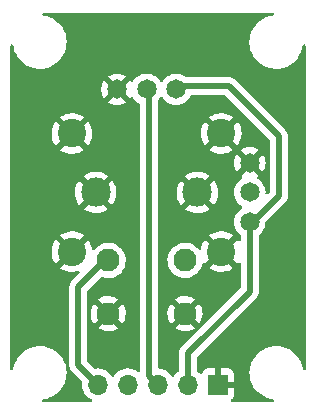
<source format=gbr>
%TF.GenerationSoftware,KiCad,Pcbnew,(6.0.1)*%
%TF.CreationDate,2022-03-21T11:35:37+08:00*%
%TF.ProjectId,Joystick_Board,4a6f7973-7469-4636-9b5f-426f6172642e,rev?*%
%TF.SameCoordinates,Original*%
%TF.FileFunction,Copper,L1,Top*%
%TF.FilePolarity,Positive*%
%FSLAX46Y46*%
G04 Gerber Fmt 4.6, Leading zero omitted, Abs format (unit mm)*
G04 Created by KiCad (PCBNEW (6.0.1)) date 2022-03-21 11:35:37*
%MOMM*%
%LPD*%
G01*
G04 APERTURE LIST*
%TA.AperFunction,ComponentPad*%
%ADD10C,1.950000*%
%TD*%
%TA.AperFunction,ComponentPad*%
%ADD11C,1.650000*%
%TD*%
%TA.AperFunction,ComponentPad*%
%ADD12C,2.400000*%
%TD*%
%TA.AperFunction,ComponentPad*%
%ADD13C,2.475000*%
%TD*%
%TA.AperFunction,ComponentPad*%
%ADD14R,1.700000X1.700000*%
%TD*%
%TA.AperFunction,ComponentPad*%
%ADD15O,1.700000X1.700000*%
%TD*%
%TA.AperFunction,Conductor*%
%ADD16C,0.500000*%
%TD*%
G04 APERTURE END LIST*
D10*
%TO.P,S1,A1,A1*%
%TO.N,Net-(J1-Pad5)*%
X142782000Y-94990000D03*
D11*
%TO.P,S1,A11,A11*%
%TO.N,+3V3*%
X154762000Y-91740000D03*
%TO.P,S1,A12,A12*%
%TO.N,Net-(J1-Pad4)*%
X154762000Y-89240000D03*
%TO.P,S1,A13,A13*%
%TO.N,GND*%
X154762000Y-86740000D03*
D10*
%TO.P,S1,B1,B1*%
X142782000Y-99490000D03*
D11*
%TO.P,S1,B11,B11*%
%TO.N,+3V3*%
X148532000Y-80510000D03*
%TO.P,S1,B12,B12*%
%TO.N,Net-(J1-Pad3)*%
X146032000Y-80510000D03*
%TO.P,S1,B13,B13*%
%TO.N,GND*%
X143532000Y-80510000D03*
D10*
%TO.P,S1,C1,C1*%
%TO.N,Net-(J1-Pad5)*%
X149282000Y-94990000D03*
%TO.P,S1,D1,D1*%
%TO.N,GND*%
X149282000Y-99490000D03*
D12*
%TO.P,S1,MH1,MH1*%
X139707000Y-94240000D03*
%TO.P,S1,MH2,MH2*%
X139707000Y-84240000D03*
%TO.P,S1,MH3,MH3*%
X152357000Y-94240000D03*
%TO.P,S1,MH4,MH4*%
X152357000Y-84240000D03*
D13*
%TO.P,S1,MH5,MH5*%
X141732000Y-89240000D03*
%TO.P,S1,MH6,MH6*%
X150332000Y-89240000D03*
%TD*%
D14*
%TO.P,J1,1,Pin_1*%
%TO.N,GND*%
X152075000Y-105500000D03*
D15*
%TO.P,J1,2,Pin_2*%
%TO.N,+3V3*%
X149535000Y-105500000D03*
%TO.P,J1,3,Pin_3*%
%TO.N,Net-(J1-Pad3)*%
X146995000Y-105500000D03*
%TO.P,J1,4,Pin_4*%
%TO.N,Net-(J1-Pad4)*%
X144455000Y-105500000D03*
%TO.P,J1,5,Pin_5*%
%TO.N,Net-(J1-Pad5)*%
X141915000Y-105500000D03*
%TD*%
D16*
%TO.N,+3V3*%
X155285000Y-91465000D02*
X154762000Y-91465000D01*
X154762000Y-97638000D02*
X149535000Y-102865000D01*
X152985000Y-80235000D02*
X157250000Y-84500000D01*
X149535000Y-102865000D02*
X149535000Y-105500000D01*
X157250000Y-89500000D02*
X155285000Y-91465000D01*
X157250000Y-84500000D02*
X157250000Y-89500000D01*
X148532000Y-80235000D02*
X152985000Y-80235000D01*
X154762000Y-91465000D02*
X154762000Y-97638000D01*
%TO.N,Net-(J1-Pad3)*%
X146250000Y-80453000D02*
X146250000Y-104755000D01*
X146250000Y-104755000D02*
X146995000Y-105500000D01*
%TO.N,Net-(J1-Pad5)*%
X140250000Y-103835000D02*
X141915000Y-105500000D01*
X140250000Y-97247000D02*
X140250000Y-103835000D01*
X142782000Y-94715000D02*
X140250000Y-97247000D01*
%TD*%
%TA.AperFunction,Conductor*%
%TO.N,GND*%
G36*
X156737969Y-74028002D02*
G01*
X156784462Y-74081658D01*
X156794566Y-74151932D01*
X156765072Y-74216512D01*
X156705346Y-74254896D01*
X156694753Y-74257514D01*
X156406520Y-74315632D01*
X156122837Y-74413312D01*
X156119104Y-74415181D01*
X156119100Y-74415183D01*
X155858309Y-74545778D01*
X155854565Y-74547653D01*
X155606416Y-74716294D01*
X155382752Y-74916274D01*
X155380035Y-74919444D01*
X155380034Y-74919445D01*
X155254155Y-75066311D01*
X155187501Y-75144077D01*
X155185227Y-75147579D01*
X155185223Y-75147584D01*
X155074792Y-75317633D01*
X155024093Y-75395703D01*
X154895400Y-75666730D01*
X154803682Y-75952396D01*
X154802941Y-75956515D01*
X154762024Y-76183927D01*
X154750552Y-76247684D01*
X154750363Y-76251851D01*
X154750362Y-76251858D01*
X154741435Y-76448444D01*
X154736941Y-76547404D01*
X154763091Y-76846292D01*
X154764001Y-76850364D01*
X154764002Y-76850369D01*
X154827628Y-77135016D01*
X154828540Y-77139095D01*
X154932140Y-77420671D01*
X154934084Y-77424359D01*
X154934088Y-77424367D01*
X155030805Y-77607807D01*
X155072069Y-77686071D01*
X155245871Y-77930633D01*
X155450490Y-78150061D01*
X155682333Y-78340498D01*
X155937325Y-78498600D01*
X156210988Y-78621589D01*
X156385368Y-78673574D01*
X156494514Y-78706112D01*
X156494516Y-78706112D01*
X156498513Y-78707304D01*
X156502633Y-78707957D01*
X156502635Y-78707957D01*
X156621509Y-78726785D01*
X156794848Y-78754239D01*
X156837577Y-78756179D01*
X156887262Y-78758436D01*
X156887281Y-78758436D01*
X156888681Y-78758500D01*
X157076107Y-78758500D01*
X157299370Y-78743671D01*
X157303464Y-78742846D01*
X157303468Y-78742845D01*
X157444513Y-78714405D01*
X157593480Y-78684368D01*
X157877163Y-78586688D01*
X157880896Y-78584819D01*
X157880900Y-78584817D01*
X158141691Y-78454222D01*
X158141693Y-78454221D01*
X158145435Y-78452347D01*
X158393584Y-78283706D01*
X158617248Y-78083726D01*
X158619966Y-78080555D01*
X158809779Y-77859097D01*
X158809782Y-77859093D01*
X158812499Y-77855923D01*
X158814773Y-77852421D01*
X158814777Y-77852416D01*
X158973628Y-77607807D01*
X158973631Y-77607802D01*
X158975907Y-77604297D01*
X159104600Y-77333270D01*
X159196318Y-77047604D01*
X159241991Y-76793761D01*
X159273740Y-76730258D01*
X159334781Y-76694002D01*
X159405734Y-76696502D01*
X159464071Y-76736965D01*
X159491272Y-76802544D01*
X159492000Y-76816073D01*
X159492000Y-104183530D01*
X159471998Y-104251651D01*
X159418342Y-104298144D01*
X159348068Y-104308248D01*
X159283488Y-104278754D01*
X159245104Y-104219028D01*
X159240479Y-104194512D01*
X159237273Y-104157870D01*
X159236909Y-104153708D01*
X159235307Y-104146538D01*
X159172372Y-103864984D01*
X159172371Y-103864981D01*
X159171460Y-103860905D01*
X159067860Y-103579329D01*
X159065916Y-103575641D01*
X159065912Y-103575633D01*
X158929884Y-103317633D01*
X158929883Y-103317632D01*
X158927931Y-103313929D01*
X158754129Y-103069367D01*
X158549510Y-102849939D01*
X158317667Y-102659502D01*
X158062675Y-102501400D01*
X157789012Y-102378411D01*
X157547765Y-102306492D01*
X157505486Y-102293888D01*
X157505484Y-102293888D01*
X157501487Y-102292696D01*
X157497367Y-102292043D01*
X157497365Y-102292043D01*
X157378491Y-102273215D01*
X157205152Y-102245761D01*
X157162423Y-102243821D01*
X157112738Y-102241564D01*
X157112719Y-102241564D01*
X157111319Y-102241500D01*
X156923893Y-102241500D01*
X156700630Y-102256329D01*
X156696536Y-102257154D01*
X156696532Y-102257155D01*
X156577135Y-102281230D01*
X156406520Y-102315632D01*
X156122837Y-102413312D01*
X156119104Y-102415181D01*
X156119100Y-102415183D01*
X155858309Y-102545778D01*
X155854565Y-102547653D01*
X155851100Y-102550008D01*
X155633996Y-102697551D01*
X155606416Y-102716294D01*
X155382752Y-102916274D01*
X155380035Y-102919444D01*
X155380034Y-102919445D01*
X155254155Y-103066311D01*
X155187501Y-103144077D01*
X155185227Y-103147579D01*
X155185223Y-103147584D01*
X155074792Y-103317633D01*
X155024093Y-103395703D01*
X154895400Y-103666730D01*
X154894121Y-103670713D01*
X154894120Y-103670716D01*
X154834317Y-103856980D01*
X154803682Y-103952396D01*
X154802941Y-103956515D01*
X154751331Y-104243357D01*
X154750552Y-104247684D01*
X154750363Y-104251851D01*
X154750362Y-104251858D01*
X154737130Y-104543234D01*
X154736941Y-104547404D01*
X154737304Y-104551552D01*
X154737304Y-104551556D01*
X154747182Y-104664457D01*
X154763091Y-104846292D01*
X154764001Y-104850364D01*
X154764002Y-104850369D01*
X154811017Y-105060702D01*
X154828540Y-105139095D01*
X154932140Y-105420671D01*
X154934084Y-105424359D01*
X154934088Y-105424367D01*
X155030805Y-105607807D01*
X155072069Y-105686071D01*
X155245871Y-105930633D01*
X155450490Y-106150061D01*
X155682333Y-106340498D01*
X155937325Y-106498600D01*
X156210988Y-106621589D01*
X156366308Y-106667892D01*
X156494514Y-106706112D01*
X156494516Y-106706112D01*
X156498513Y-106707304D01*
X156502633Y-106707957D01*
X156502635Y-106707957D01*
X156714739Y-106741551D01*
X156778892Y-106771964D01*
X156816419Y-106832232D01*
X156815405Y-106903221D01*
X156776172Y-106962393D01*
X156711177Y-106990961D01*
X156695028Y-106992000D01*
X153293725Y-106992000D01*
X153225604Y-106971998D01*
X153179111Y-106918342D01*
X153169007Y-106848068D01*
X153198501Y-106783488D01*
X153218160Y-106765174D01*
X153280724Y-106718285D01*
X153293285Y-106705724D01*
X153369786Y-106603649D01*
X153378324Y-106588054D01*
X153423478Y-106467606D01*
X153427106Y-106452347D01*
X153432631Y-106401486D01*
X153433000Y-106394672D01*
X153433000Y-105772115D01*
X153428525Y-105756876D01*
X153427135Y-105755671D01*
X153419452Y-105754000D01*
X151947000Y-105754000D01*
X151878879Y-105733998D01*
X151832386Y-105680342D01*
X151821000Y-105628000D01*
X151821000Y-105227885D01*
X152329000Y-105227885D01*
X152333475Y-105243124D01*
X152334865Y-105244329D01*
X152342548Y-105246000D01*
X153414884Y-105246000D01*
X153430123Y-105241525D01*
X153431328Y-105240135D01*
X153432999Y-105232452D01*
X153432999Y-104605331D01*
X153432629Y-104598510D01*
X153427105Y-104547648D01*
X153423479Y-104532396D01*
X153378324Y-104411946D01*
X153369786Y-104396351D01*
X153293285Y-104294276D01*
X153280724Y-104281715D01*
X153178649Y-104205214D01*
X153163054Y-104196676D01*
X153042606Y-104151522D01*
X153027351Y-104147895D01*
X152976486Y-104142369D01*
X152969672Y-104142000D01*
X152347115Y-104142000D01*
X152331876Y-104146475D01*
X152330671Y-104147865D01*
X152329000Y-104155548D01*
X152329000Y-105227885D01*
X151821000Y-105227885D01*
X151821000Y-104160116D01*
X151816525Y-104144877D01*
X151815135Y-104143672D01*
X151807452Y-104142001D01*
X151180331Y-104142001D01*
X151173510Y-104142371D01*
X151122648Y-104147895D01*
X151107396Y-104151521D01*
X150986946Y-104196676D01*
X150971351Y-104205214D01*
X150869276Y-104281715D01*
X150856715Y-104294276D01*
X150780214Y-104396351D01*
X150771676Y-104411946D01*
X150730297Y-104522322D01*
X150687655Y-104579087D01*
X150621093Y-104603786D01*
X150551744Y-104588578D01*
X150519121Y-104562891D01*
X150468148Y-104506873D01*
X150468145Y-104506870D01*
X150464670Y-104503051D01*
X150460615Y-104499848D01*
X150341407Y-104405703D01*
X150300345Y-104347785D01*
X150293500Y-104306821D01*
X150293500Y-103231371D01*
X150313502Y-103163250D01*
X150330405Y-103142276D01*
X155250911Y-98221770D01*
X155265323Y-98209384D01*
X155276918Y-98200851D01*
X155276923Y-98200846D01*
X155282818Y-98196508D01*
X155287557Y-98190930D01*
X155287560Y-98190927D01*
X155317035Y-98156232D01*
X155323965Y-98148716D01*
X155329660Y-98143021D01*
X155347281Y-98120749D01*
X155350072Y-98117345D01*
X155392591Y-98067297D01*
X155392592Y-98067295D01*
X155397333Y-98061715D01*
X155400661Y-98055199D01*
X155404028Y-98050150D01*
X155407195Y-98045021D01*
X155411734Y-98039284D01*
X155442655Y-97973125D01*
X155444561Y-97969225D01*
X155477769Y-97904192D01*
X155479508Y-97897084D01*
X155481607Y-97891441D01*
X155483524Y-97885678D01*
X155486622Y-97879050D01*
X155501487Y-97807583D01*
X155502457Y-97803299D01*
X155518473Y-97737845D01*
X155519808Y-97732390D01*
X155520500Y-97721236D01*
X155520536Y-97721238D01*
X155520775Y-97717245D01*
X155521149Y-97713053D01*
X155522640Y-97705885D01*
X155520546Y-97628479D01*
X155520500Y-97625072D01*
X155520500Y-92902386D01*
X155540502Y-92834265D01*
X155574227Y-92799175D01*
X155622432Y-92765422D01*
X155787422Y-92600432D01*
X155806081Y-92573785D01*
X155918099Y-92413806D01*
X155918100Y-92413804D01*
X155921256Y-92409297D01*
X155923579Y-92404315D01*
X155923582Y-92404310D01*
X156017544Y-92202808D01*
X156017545Y-92202806D01*
X156019867Y-92197826D01*
X156080258Y-91972444D01*
X156098315Y-91766053D01*
X156124179Y-91699935D01*
X156134741Y-91687940D01*
X157738911Y-90083770D01*
X157753323Y-90071384D01*
X157764918Y-90062851D01*
X157764923Y-90062846D01*
X157770818Y-90058508D01*
X157775557Y-90052930D01*
X157775560Y-90052927D01*
X157805035Y-90018232D01*
X157811965Y-90010716D01*
X157817661Y-90005020D01*
X157819924Y-90002159D01*
X157819929Y-90002154D01*
X157835285Y-89982744D01*
X157838074Y-89979342D01*
X157880596Y-89929291D01*
X157880597Y-89929290D01*
X157885333Y-89923715D01*
X157888661Y-89917198D01*
X157892027Y-89912150D01*
X157895190Y-89907028D01*
X157899735Y-89901284D01*
X157930664Y-89835105D01*
X157932563Y-89831221D01*
X157965769Y-89766192D01*
X157967510Y-89759077D01*
X157969613Y-89753422D01*
X157971522Y-89747683D01*
X157974622Y-89741050D01*
X157989491Y-89669565D01*
X157990461Y-89665282D01*
X157995993Y-89642674D01*
X158007808Y-89594390D01*
X158008500Y-89583236D01*
X158008535Y-89583238D01*
X158008775Y-89579266D01*
X158009152Y-89575045D01*
X158010641Y-89567885D01*
X158008546Y-89490458D01*
X158008500Y-89487050D01*
X158008500Y-84567070D01*
X158009933Y-84548120D01*
X158012099Y-84533885D01*
X158012099Y-84533881D01*
X158013199Y-84526651D01*
X158008915Y-84473982D01*
X158008500Y-84463767D01*
X158008500Y-84455707D01*
X158005209Y-84427480D01*
X158004778Y-84423121D01*
X157999453Y-84357660D01*
X157998860Y-84350364D01*
X157996605Y-84343403D01*
X157995418Y-84337463D01*
X157994029Y-84331588D01*
X157993182Y-84324319D01*
X157968264Y-84255670D01*
X157966847Y-84251542D01*
X157946607Y-84189064D01*
X157946606Y-84189062D01*
X157944351Y-84182101D01*
X157940555Y-84175846D01*
X157938049Y-84170372D01*
X157935330Y-84164942D01*
X157932833Y-84158063D01*
X157892814Y-84097024D01*
X157890467Y-84093305D01*
X157852595Y-84030893D01*
X157845197Y-84022516D01*
X157845224Y-84022492D01*
X157842571Y-84019500D01*
X157839868Y-84016267D01*
X157835856Y-84010148D01*
X157779617Y-83956872D01*
X157777175Y-83954494D01*
X153568770Y-79746089D01*
X153556384Y-79731677D01*
X153547851Y-79720082D01*
X153547846Y-79720077D01*
X153543508Y-79714182D01*
X153537930Y-79709443D01*
X153537927Y-79709440D01*
X153503232Y-79679965D01*
X153495716Y-79673035D01*
X153490021Y-79667340D01*
X153483880Y-79662482D01*
X153467749Y-79649719D01*
X153464345Y-79646928D01*
X153414297Y-79604409D01*
X153414295Y-79604408D01*
X153408715Y-79599667D01*
X153402199Y-79596339D01*
X153397150Y-79592972D01*
X153392021Y-79589805D01*
X153386284Y-79585266D01*
X153320125Y-79554345D01*
X153316225Y-79552439D01*
X153251192Y-79519231D01*
X153244084Y-79517492D01*
X153238441Y-79515393D01*
X153232678Y-79513476D01*
X153226050Y-79510378D01*
X153154583Y-79495513D01*
X153150299Y-79494543D01*
X153079390Y-79477192D01*
X153073788Y-79476844D01*
X153073785Y-79476844D01*
X153068236Y-79476500D01*
X153068238Y-79476464D01*
X153064245Y-79476225D01*
X153060053Y-79475851D01*
X153052885Y-79474360D01*
X152986675Y-79476151D01*
X152975479Y-79476454D01*
X152972072Y-79476500D01*
X149420623Y-79476500D01*
X149348352Y-79453713D01*
X149205806Y-79353901D01*
X149205804Y-79353900D01*
X149201297Y-79350744D01*
X149196315Y-79348421D01*
X149196310Y-79348418D01*
X148994808Y-79254456D01*
X148994806Y-79254455D01*
X148989826Y-79252133D01*
X148984518Y-79250711D01*
X148984516Y-79250710D01*
X148769759Y-79193166D01*
X148769757Y-79193166D01*
X148764444Y-79191742D01*
X148532000Y-79171406D01*
X148299556Y-79191742D01*
X148294243Y-79193166D01*
X148294241Y-79193166D01*
X148079484Y-79250710D01*
X148079482Y-79250711D01*
X148074174Y-79252133D01*
X148069194Y-79254455D01*
X148069192Y-79254456D01*
X147867690Y-79348418D01*
X147867685Y-79348421D01*
X147862703Y-79350744D01*
X147858196Y-79353900D01*
X147858194Y-79353901D01*
X147676079Y-79481419D01*
X147676076Y-79481421D01*
X147671568Y-79484578D01*
X147506578Y-79649568D01*
X147503421Y-79654076D01*
X147503419Y-79654079D01*
X147385213Y-79822895D01*
X147329756Y-79867223D01*
X147259137Y-79874532D01*
X147195776Y-79842501D01*
X147178787Y-79822895D01*
X147060581Y-79654079D01*
X147060579Y-79654076D01*
X147057422Y-79649568D01*
X146892432Y-79484578D01*
X146887924Y-79481421D01*
X146887921Y-79481419D01*
X146705806Y-79353901D01*
X146705804Y-79353900D01*
X146701297Y-79350744D01*
X146696315Y-79348421D01*
X146696310Y-79348418D01*
X146494808Y-79254456D01*
X146494806Y-79254455D01*
X146489826Y-79252133D01*
X146484518Y-79250711D01*
X146484516Y-79250710D01*
X146269759Y-79193166D01*
X146269757Y-79193166D01*
X146264444Y-79191742D01*
X146032000Y-79171406D01*
X145799556Y-79191742D01*
X145794243Y-79193166D01*
X145794241Y-79193166D01*
X145579484Y-79250710D01*
X145579482Y-79250711D01*
X145574174Y-79252133D01*
X145569194Y-79254455D01*
X145569192Y-79254456D01*
X145367690Y-79348418D01*
X145367685Y-79348421D01*
X145362703Y-79350744D01*
X145358196Y-79353900D01*
X145358194Y-79353901D01*
X145176079Y-79481419D01*
X145176076Y-79481421D01*
X145171568Y-79484578D01*
X145006578Y-79649568D01*
X145003421Y-79654076D01*
X145003419Y-79654079D01*
X144884908Y-79823331D01*
X144829451Y-79867659D01*
X144758832Y-79874968D01*
X144695471Y-79842937D01*
X144678482Y-79823331D01*
X144647441Y-79779000D01*
X144636964Y-79770625D01*
X144623517Y-79777693D01*
X143904022Y-80497188D01*
X143896408Y-80511132D01*
X143896539Y-80512965D01*
X143900790Y-80519580D01*
X144624238Y-81243028D01*
X144636013Y-81249458D01*
X144648028Y-81240162D01*
X144678482Y-81196669D01*
X144733939Y-81152341D01*
X144804558Y-81145032D01*
X144867919Y-81177063D01*
X144884908Y-81196669D01*
X145006578Y-81370432D01*
X145171568Y-81535422D01*
X145176076Y-81538579D01*
X145176079Y-81538581D01*
X145358194Y-81666099D01*
X145362703Y-81669256D01*
X145367685Y-81671579D01*
X145367690Y-81671582D01*
X145418750Y-81695391D01*
X145472035Y-81742308D01*
X145491500Y-81809586D01*
X145491500Y-104327356D01*
X145471498Y-104395477D01*
X145417842Y-104441970D01*
X145347568Y-104452074D01*
X145287407Y-104426237D01*
X145213415Y-104367801D01*
X145213413Y-104367800D01*
X145209359Y-104364598D01*
X145013789Y-104256638D01*
X145008920Y-104254914D01*
X145008916Y-104254912D01*
X144808087Y-104183795D01*
X144808083Y-104183794D01*
X144803212Y-104182069D01*
X144798119Y-104181162D01*
X144798116Y-104181161D01*
X144588373Y-104143800D01*
X144588367Y-104143799D01*
X144583284Y-104142894D01*
X144509452Y-104141992D01*
X144365081Y-104140228D01*
X144365079Y-104140228D01*
X144359911Y-104140165D01*
X144139091Y-104173955D01*
X143926756Y-104243357D01*
X143896443Y-104259137D01*
X143810057Y-104304107D01*
X143728607Y-104346507D01*
X143724474Y-104349610D01*
X143724471Y-104349612D01*
X143554100Y-104477530D01*
X143549965Y-104480635D01*
X143395629Y-104642138D01*
X143288201Y-104799621D01*
X143233293Y-104844621D01*
X143162768Y-104852792D01*
X143099021Y-104821538D01*
X143078324Y-104797054D01*
X142997822Y-104672617D01*
X142997820Y-104672614D01*
X142995014Y-104668277D01*
X142844670Y-104503051D01*
X142840619Y-104499852D01*
X142840615Y-104499848D01*
X142673414Y-104367800D01*
X142673410Y-104367798D01*
X142669359Y-104364598D01*
X142473789Y-104256638D01*
X142468920Y-104254914D01*
X142468916Y-104254912D01*
X142268087Y-104183795D01*
X142268083Y-104183794D01*
X142263212Y-104182069D01*
X142258119Y-104181162D01*
X142258116Y-104181161D01*
X142048373Y-104143800D01*
X142048367Y-104143799D01*
X142043284Y-104142894D01*
X141970109Y-104142000D01*
X141825082Y-104140228D01*
X141825080Y-104140228D01*
X141819911Y-104140165D01*
X141789117Y-104144877D01*
X141716385Y-104156006D01*
X141646023Y-104146538D01*
X141608232Y-104120551D01*
X141045405Y-103557724D01*
X141011379Y-103495412D01*
X141008500Y-103468629D01*
X141008500Y-100706624D01*
X141930621Y-100706624D01*
X141934988Y-100712774D01*
X142134563Y-100829397D01*
X142143846Y-100833844D01*
X142362007Y-100917152D01*
X142371905Y-100920028D01*
X142600744Y-100966585D01*
X142610972Y-100967804D01*
X142844340Y-100976362D01*
X142854626Y-100975895D01*
X143086262Y-100946222D01*
X143096340Y-100944080D01*
X143320014Y-100876974D01*
X143329612Y-100873212D01*
X143539324Y-100770476D01*
X143548169Y-100765203D01*
X143620869Y-100713347D01*
X143629270Y-100702646D01*
X143622283Y-100689493D01*
X142794812Y-99862022D01*
X142780868Y-99854408D01*
X142779035Y-99854539D01*
X142772420Y-99858790D01*
X141937881Y-100693329D01*
X141930621Y-100706624D01*
X141008500Y-100706624D01*
X141008500Y-99458799D01*
X141294658Y-99458799D01*
X141308102Y-99691942D01*
X141309535Y-99702144D01*
X141360873Y-99929949D01*
X141363956Y-99939789D01*
X141451814Y-100156156D01*
X141456457Y-100165347D01*
X141557555Y-100330325D01*
X141568011Y-100339785D01*
X141576789Y-100336001D01*
X142409978Y-99502812D01*
X142416356Y-99491132D01*
X143146408Y-99491132D01*
X143146539Y-99492965D01*
X143150790Y-99499580D01*
X143982045Y-100330835D01*
X143994055Y-100337394D01*
X144005794Y-100328426D01*
X144054518Y-100260619D01*
X144059829Y-100251780D01*
X144163291Y-100042442D01*
X144167089Y-100032849D01*
X144234974Y-99809413D01*
X144237151Y-99799343D01*
X144267869Y-99566015D01*
X144268388Y-99559340D01*
X144270001Y-99493364D01*
X144269807Y-99486647D01*
X144250525Y-99252108D01*
X144248842Y-99241946D01*
X144191952Y-99015453D01*
X144188634Y-99005706D01*
X144095513Y-98791542D01*
X144090646Y-98782467D01*
X144005465Y-98650796D01*
X143994779Y-98641593D01*
X143985214Y-98645996D01*
X143154022Y-99477188D01*
X143146408Y-99491132D01*
X142416356Y-99491132D01*
X142417592Y-99488868D01*
X142417461Y-99487035D01*
X142413210Y-99480420D01*
X141581892Y-98649102D01*
X141570356Y-98642802D01*
X141558073Y-98652426D01*
X141491036Y-98750698D01*
X141485943Y-98759662D01*
X141387619Y-98971483D01*
X141384062Y-98981151D01*
X141321657Y-99206178D01*
X141319726Y-99216298D01*
X141294910Y-99448510D01*
X141294658Y-99458799D01*
X141008500Y-99458799D01*
X141008500Y-98277142D01*
X141933938Y-98277142D01*
X141940684Y-98289474D01*
X142769188Y-99117978D01*
X142783132Y-99125592D01*
X142784965Y-99125461D01*
X142791580Y-99121210D01*
X143624391Y-98288399D01*
X143631412Y-98275543D01*
X143623639Y-98264875D01*
X143609548Y-98253746D01*
X143600970Y-98248047D01*
X143396526Y-98135189D01*
X143387126Y-98130964D01*
X143166993Y-98053011D01*
X143157036Y-98050381D01*
X142927129Y-98009427D01*
X142916878Y-98008458D01*
X142683367Y-98005605D01*
X142673083Y-98006325D01*
X142442253Y-98041647D01*
X142432225Y-98044036D01*
X142210263Y-98116584D01*
X142200753Y-98120581D01*
X141993624Y-98228405D01*
X141984904Y-98233897D01*
X141942391Y-98265817D01*
X141933938Y-98277142D01*
X141008500Y-98277142D01*
X141008500Y-97613371D01*
X141028502Y-97545250D01*
X141045405Y-97524276D01*
X142152280Y-96417401D01*
X142214592Y-96383375D01*
X142286323Y-96388786D01*
X142366698Y-96419478D01*
X142371764Y-96420509D01*
X142371765Y-96420509D01*
X142600667Y-96467080D01*
X142600671Y-96467080D01*
X142605746Y-96468113D01*
X142610922Y-96468303D01*
X142610924Y-96468303D01*
X142844363Y-96476863D01*
X142844367Y-96476863D01*
X142849527Y-96477052D01*
X142854647Y-96476396D01*
X142854649Y-96476396D01*
X142931377Y-96466567D01*
X143091494Y-96446055D01*
X143096443Y-96444570D01*
X143096449Y-96444569D01*
X143320200Y-96377440D01*
X143320199Y-96377440D01*
X143325150Y-96375955D01*
X143544219Y-96268634D01*
X143548424Y-96265634D01*
X143548430Y-96265631D01*
X143738614Y-96129974D01*
X143738616Y-96129972D01*
X143742818Y-96126975D01*
X143915614Y-95954781D01*
X144057966Y-95756677D01*
X144166050Y-95537984D01*
X144198827Y-95430105D01*
X144235462Y-95309527D01*
X144235463Y-95309521D01*
X144236966Y-95304575D01*
X144268807Y-95062717D01*
X144270584Y-94990000D01*
X144250596Y-94746876D01*
X144191167Y-94510280D01*
X144093894Y-94286568D01*
X143975107Y-94102951D01*
X143964200Y-94086091D01*
X143964198Y-94086088D01*
X143961390Y-94081748D01*
X143946568Y-94065458D01*
X143800690Y-93905141D01*
X143800684Y-93905135D01*
X143797212Y-93901319D01*
X143793161Y-93898120D01*
X143793157Y-93898116D01*
X143609825Y-93753329D01*
X143609821Y-93753327D01*
X143605770Y-93750127D01*
X143594284Y-93743786D01*
X143549759Y-93719207D01*
X143392205Y-93632233D01*
X143387336Y-93630509D01*
X143387332Y-93630507D01*
X143167127Y-93552528D01*
X143167123Y-93552527D01*
X143162252Y-93550802D01*
X143157159Y-93549895D01*
X143157156Y-93549894D01*
X142927177Y-93508928D01*
X142927171Y-93508927D01*
X142922088Y-93508022D01*
X142842380Y-93507048D01*
X142683332Y-93505105D01*
X142683330Y-93505105D01*
X142678162Y-93505042D01*
X142437024Y-93541941D01*
X142205150Y-93617729D01*
X141988769Y-93730370D01*
X141984636Y-93733473D01*
X141984633Y-93733475D01*
X141805493Y-93867978D01*
X141793690Y-93876840D01*
X141625153Y-94053204D01*
X141623670Y-94055377D01*
X141565866Y-94095311D01*
X141494909Y-94097679D01*
X141433936Y-94061308D01*
X141401741Y-93994298D01*
X141399943Y-93982274D01*
X141345979Y-93743786D01*
X141343255Y-93734875D01*
X141254633Y-93506983D01*
X141250619Y-93498567D01*
X141129284Y-93286276D01*
X141124074Y-93278553D01*
X141092787Y-93238865D01*
X141080863Y-93230395D01*
X141069328Y-93236882D01*
X138705044Y-95601166D01*
X138698386Y-95613359D01*
X138707099Y-95624879D01*
X138795586Y-95689760D01*
X138803505Y-95694708D01*
X139019877Y-95808547D01*
X139028451Y-95812275D01*
X139259282Y-95892885D01*
X139268291Y-95895299D01*
X139508518Y-95940908D01*
X139517775Y-95941962D01*
X139762107Y-95951563D01*
X139771420Y-95951237D01*
X140014478Y-95924618D01*
X140023655Y-95922917D01*
X140221326Y-95870875D01*
X140292295Y-95872875D01*
X140350916Y-95912925D01*
X140378579Y-95978311D01*
X140366500Y-96048272D01*
X140342501Y-96081818D01*
X139761089Y-96663230D01*
X139746677Y-96675616D01*
X139735082Y-96684149D01*
X139735077Y-96684154D01*
X139729182Y-96688492D01*
X139724443Y-96694070D01*
X139724440Y-96694073D01*
X139694965Y-96728768D01*
X139688035Y-96736284D01*
X139682340Y-96741979D01*
X139680060Y-96744861D01*
X139664719Y-96764251D01*
X139661928Y-96767655D01*
X139619409Y-96817703D01*
X139614667Y-96823285D01*
X139611339Y-96829801D01*
X139607972Y-96834850D01*
X139604805Y-96839979D01*
X139600266Y-96845716D01*
X139569345Y-96911875D01*
X139567442Y-96915769D01*
X139534231Y-96980808D01*
X139532492Y-96987916D01*
X139530393Y-96993559D01*
X139528476Y-96999322D01*
X139525378Y-97005950D01*
X139523888Y-97013112D01*
X139523888Y-97013113D01*
X139510514Y-97077412D01*
X139509544Y-97081696D01*
X139492192Y-97152610D01*
X139491500Y-97163764D01*
X139491464Y-97163762D01*
X139491225Y-97167755D01*
X139490851Y-97171947D01*
X139489360Y-97179115D01*
X139489558Y-97186432D01*
X139491454Y-97256521D01*
X139491500Y-97259928D01*
X139491500Y-103767930D01*
X139490067Y-103786880D01*
X139486801Y-103808349D01*
X139487394Y-103815641D01*
X139487394Y-103815644D01*
X139491085Y-103861018D01*
X139491500Y-103871233D01*
X139491500Y-103879293D01*
X139491925Y-103882937D01*
X139494789Y-103907507D01*
X139495222Y-103911882D01*
X139498853Y-103956515D01*
X139501140Y-103984637D01*
X139503396Y-103991601D01*
X139504587Y-103997560D01*
X139505971Y-104003415D01*
X139506818Y-104010681D01*
X139531735Y-104079327D01*
X139533152Y-104083455D01*
X139552702Y-104143801D01*
X139555649Y-104152899D01*
X139559445Y-104159154D01*
X139561951Y-104164628D01*
X139564670Y-104170058D01*
X139567167Y-104176937D01*
X139571180Y-104183057D01*
X139571180Y-104183058D01*
X139607186Y-104237976D01*
X139609523Y-104241680D01*
X139647405Y-104304107D01*
X139651121Y-104308315D01*
X139651122Y-104308316D01*
X139654803Y-104312484D01*
X139654776Y-104312508D01*
X139657429Y-104315500D01*
X139660132Y-104318733D01*
X139664144Y-104324852D01*
X139690281Y-104349612D01*
X139720383Y-104378128D01*
X139722825Y-104380506D01*
X140534449Y-105192130D01*
X140568475Y-105254442D01*
X140570641Y-105294613D01*
X140552251Y-105466695D01*
X140565110Y-105689715D01*
X140566247Y-105694761D01*
X140566248Y-105694767D01*
X140583680Y-105772115D01*
X140614222Y-105907639D01*
X140698266Y-106114616D01*
X140749942Y-106198944D01*
X140812291Y-106300688D01*
X140814987Y-106305088D01*
X140961250Y-106473938D01*
X141133126Y-106616632D01*
X141326000Y-106729338D01*
X141330825Y-106731180D01*
X141330826Y-106731181D01*
X141375630Y-106748290D01*
X141432133Y-106791278D01*
X141456426Y-106857989D01*
X141440796Y-106927244D01*
X141390204Y-106977054D01*
X141330681Y-106992000D01*
X137330152Y-106992000D01*
X137262031Y-106971998D01*
X137215538Y-106918342D01*
X137205434Y-106848068D01*
X137234928Y-106783488D01*
X137294654Y-106745104D01*
X137305247Y-106742486D01*
X137361313Y-106731181D01*
X137593480Y-106684368D01*
X137877163Y-106586688D01*
X137880896Y-106584819D01*
X137880900Y-106584817D01*
X138141691Y-106454222D01*
X138141693Y-106454221D01*
X138145435Y-106452347D01*
X138356380Y-106308990D01*
X138390125Y-106286057D01*
X138390128Y-106286055D01*
X138393584Y-106283706D01*
X138617248Y-106083726D01*
X138687458Y-106001811D01*
X138809779Y-105859097D01*
X138809782Y-105859093D01*
X138812499Y-105855923D01*
X138814773Y-105852421D01*
X138814777Y-105852416D01*
X138973628Y-105607807D01*
X138973631Y-105607802D01*
X138975907Y-105604297D01*
X139104600Y-105333270D01*
X139134057Y-105241525D01*
X139195038Y-105051591D01*
X139195038Y-105051590D01*
X139196318Y-105047604D01*
X139210868Y-104966736D01*
X139248709Y-104756425D01*
X139248710Y-104756420D01*
X139249448Y-104752316D01*
X139250146Y-104736965D01*
X139262870Y-104456766D01*
X139262870Y-104456760D01*
X139263059Y-104452596D01*
X139262130Y-104441970D01*
X139241415Y-104205214D01*
X139236909Y-104153708D01*
X139235307Y-104146538D01*
X139172372Y-103864984D01*
X139172371Y-103864981D01*
X139171460Y-103860905D01*
X139067860Y-103579329D01*
X139065916Y-103575641D01*
X139065912Y-103575633D01*
X138929884Y-103317633D01*
X138929883Y-103317632D01*
X138927931Y-103313929D01*
X138754129Y-103069367D01*
X138549510Y-102849939D01*
X138317667Y-102659502D01*
X138062675Y-102501400D01*
X137789012Y-102378411D01*
X137547765Y-102306492D01*
X137505486Y-102293888D01*
X137505484Y-102293888D01*
X137501487Y-102292696D01*
X137497367Y-102292043D01*
X137497365Y-102292043D01*
X137378491Y-102273215D01*
X137205152Y-102245761D01*
X137162423Y-102243821D01*
X137112738Y-102241564D01*
X137112719Y-102241564D01*
X137111319Y-102241500D01*
X136923893Y-102241500D01*
X136700630Y-102256329D01*
X136696536Y-102257154D01*
X136696532Y-102257155D01*
X136577135Y-102281230D01*
X136406520Y-102315632D01*
X136122837Y-102413312D01*
X136119104Y-102415181D01*
X136119100Y-102415183D01*
X135858309Y-102545778D01*
X135854565Y-102547653D01*
X135851100Y-102550008D01*
X135633996Y-102697551D01*
X135606416Y-102716294D01*
X135382752Y-102916274D01*
X135380035Y-102919444D01*
X135380034Y-102919445D01*
X135254155Y-103066311D01*
X135187501Y-103144077D01*
X135185227Y-103147579D01*
X135185223Y-103147584D01*
X135074792Y-103317633D01*
X135024093Y-103395703D01*
X134895400Y-103666730D01*
X134894121Y-103670713D01*
X134894120Y-103670716D01*
X134834317Y-103856980D01*
X134803682Y-103952396D01*
X134802941Y-103956515D01*
X134758009Y-104206239D01*
X134726260Y-104269742D01*
X134665219Y-104305998D01*
X134594266Y-104303498D01*
X134535929Y-104263035D01*
X134508728Y-104197456D01*
X134508000Y-104183927D01*
X134508000Y-94199835D01*
X137995022Y-94199835D01*
X138006754Y-94444064D01*
X138007891Y-94453324D01*
X138055593Y-94693143D01*
X138058082Y-94702118D01*
X138140708Y-94932250D01*
X138144505Y-94940778D01*
X138260234Y-95156160D01*
X138265245Y-95164027D01*
X138322173Y-95240263D01*
X138333431Y-95248712D01*
X138345850Y-95241940D01*
X139334978Y-94252812D01*
X139342592Y-94238868D01*
X139342461Y-94237035D01*
X139338210Y-94230420D01*
X138343828Y-93236038D01*
X138330520Y-93228771D01*
X138320481Y-93235893D01*
X138315581Y-93241784D01*
X138310168Y-93249373D01*
X138183322Y-93458409D01*
X138179084Y-93466726D01*
X138084529Y-93692214D01*
X138081572Y-93701052D01*
X138021384Y-93938042D01*
X138019763Y-93947232D01*
X137995267Y-94190510D01*
X137995022Y-94199835D01*
X134508000Y-94199835D01*
X134508000Y-92864917D01*
X138696330Y-92864917D01*
X138700903Y-92874693D01*
X139694188Y-93867978D01*
X139708132Y-93875592D01*
X139709965Y-93875461D01*
X139716580Y-93871210D01*
X140709488Y-92878302D01*
X140715872Y-92866612D01*
X140706460Y-92854502D01*
X140580144Y-92766873D01*
X140572116Y-92762145D01*
X140352810Y-92653995D01*
X140344177Y-92650507D01*
X140111288Y-92575958D01*
X140102238Y-92573785D01*
X139860891Y-92534480D01*
X139851602Y-92533668D01*
X139607114Y-92530467D01*
X139597803Y-92531037D01*
X139355522Y-92564010D01*
X139346403Y-92565948D01*
X139111668Y-92634367D01*
X139102915Y-92637639D01*
X138880869Y-92740004D01*
X138872714Y-92744524D01*
X138705468Y-92854175D01*
X138696330Y-92864917D01*
X134508000Y-92864917D01*
X134508000Y-90640189D01*
X140696556Y-90640189D01*
X140705269Y-90651709D01*
X140800665Y-90721656D01*
X140808564Y-90726592D01*
X141029897Y-90843041D01*
X141038446Y-90846758D01*
X141274549Y-90929209D01*
X141283558Y-90931623D01*
X141529261Y-90978271D01*
X141538518Y-90979325D01*
X141788420Y-90989145D01*
X141797733Y-90988819D01*
X142046343Y-90961591D01*
X142055497Y-90959895D01*
X142297350Y-90896221D01*
X142306170Y-90893184D01*
X142535948Y-90794463D01*
X142544220Y-90790156D01*
X142756876Y-90658561D01*
X142762546Y-90654441D01*
X142770648Y-90642149D01*
X142764584Y-90631794D01*
X141744812Y-89612022D01*
X141730868Y-89604408D01*
X141729035Y-89604539D01*
X141722420Y-89608790D01*
X140703214Y-90627996D01*
X140696556Y-90640189D01*
X134508000Y-90640189D01*
X134508000Y-89198852D01*
X139982430Y-89198852D01*
X139994429Y-89448647D01*
X139995566Y-89457907D01*
X140044356Y-89703192D01*
X140046845Y-89712167D01*
X140131355Y-89947545D01*
X140135152Y-89956073D01*
X140253519Y-90176366D01*
X140258530Y-90184232D01*
X140320379Y-90267057D01*
X140331637Y-90275506D01*
X140344056Y-90268734D01*
X141359978Y-89252812D01*
X141366356Y-89241132D01*
X142096408Y-89241132D01*
X142096539Y-89242965D01*
X142100790Y-89249580D01*
X143122868Y-90271658D01*
X143135248Y-90278418D01*
X143143589Y-90272174D01*
X143267751Y-90079142D01*
X143272194Y-90070958D01*
X143374909Y-89842938D01*
X143378103Y-89834163D01*
X143445985Y-89593470D01*
X143447843Y-89584341D01*
X143479597Y-89334740D01*
X143480078Y-89328452D01*
X143482311Y-89243159D01*
X143482160Y-89236851D01*
X143463513Y-88985927D01*
X143462136Y-88976721D01*
X143406941Y-88732791D01*
X143404217Y-88723880D01*
X143313573Y-88490789D01*
X143309562Y-88482380D01*
X143185462Y-88265252D01*
X143180249Y-88257522D01*
X143144490Y-88212162D01*
X143132566Y-88203692D01*
X143121031Y-88210179D01*
X142104022Y-89227188D01*
X142096408Y-89241132D01*
X141366356Y-89241132D01*
X141367592Y-89238868D01*
X141367461Y-89237035D01*
X141363210Y-89230420D01*
X140342199Y-88209409D01*
X140328891Y-88202142D01*
X140318852Y-88209264D01*
X140309970Y-88219942D01*
X140304550Y-88227540D01*
X140174816Y-88441337D01*
X140170578Y-88449654D01*
X140073867Y-88680282D01*
X140070910Y-88689120D01*
X140009349Y-88931516D01*
X140007730Y-88940699D01*
X139982675Y-89189525D01*
X139982430Y-89198852D01*
X134508000Y-89198852D01*
X134508000Y-87837832D01*
X140694245Y-87837832D01*
X140698818Y-87847608D01*
X141719188Y-88867978D01*
X141733132Y-88875592D01*
X141734965Y-88875461D01*
X141741580Y-88871210D01*
X142761436Y-87851354D01*
X142767820Y-87839664D01*
X142758408Y-87827554D01*
X142624230Y-87734471D01*
X142616202Y-87729743D01*
X142391897Y-87619128D01*
X142383264Y-87615640D01*
X142145072Y-87539395D01*
X142136011Y-87537219D01*
X141889168Y-87497018D01*
X141879881Y-87496206D01*
X141629818Y-87492932D01*
X141620506Y-87493502D01*
X141372713Y-87527225D01*
X141363577Y-87529166D01*
X141123492Y-87599145D01*
X141114749Y-87602414D01*
X140887638Y-87707114D01*
X140879483Y-87711634D01*
X140703383Y-87827090D01*
X140694245Y-87837832D01*
X134508000Y-87837832D01*
X134508000Y-85613359D01*
X138698386Y-85613359D01*
X138707099Y-85624879D01*
X138795586Y-85689760D01*
X138803505Y-85694708D01*
X139019877Y-85808547D01*
X139028451Y-85812275D01*
X139259282Y-85892885D01*
X139268291Y-85895299D01*
X139508518Y-85940908D01*
X139517775Y-85941962D01*
X139762107Y-85951563D01*
X139771420Y-85951237D01*
X140014478Y-85924618D01*
X140023655Y-85922917D01*
X140260107Y-85860665D01*
X140268926Y-85857628D01*
X140493584Y-85761107D01*
X140501856Y-85756800D01*
X140709777Y-85628135D01*
X140711620Y-85626796D01*
X140719038Y-85615541D01*
X140712974Y-85605184D01*
X139719812Y-84612022D01*
X139705868Y-84604408D01*
X139704035Y-84604539D01*
X139697420Y-84608790D01*
X138705044Y-85601166D01*
X138698386Y-85613359D01*
X134508000Y-85613359D01*
X134508000Y-84199835D01*
X137995022Y-84199835D01*
X138006754Y-84444064D01*
X138007891Y-84453324D01*
X138055593Y-84693143D01*
X138058082Y-84702118D01*
X138140708Y-84932250D01*
X138144505Y-84940778D01*
X138260234Y-85156160D01*
X138265245Y-85164027D01*
X138322173Y-85240263D01*
X138333431Y-85248712D01*
X138345850Y-85241940D01*
X139334978Y-84252812D01*
X139341356Y-84241132D01*
X140071408Y-84241132D01*
X140071539Y-84242965D01*
X140075790Y-84249580D01*
X141070732Y-85244522D01*
X141083112Y-85251282D01*
X141091453Y-85245038D01*
X141209700Y-85061202D01*
X141214147Y-85053011D01*
X141314572Y-84830076D01*
X141317767Y-84821298D01*
X141384135Y-84585973D01*
X141385993Y-84576844D01*
X141417044Y-84332770D01*
X141417525Y-84326483D01*
X141419706Y-84243160D01*
X141419555Y-84236851D01*
X141401321Y-83991486D01*
X141399944Y-83982280D01*
X141345979Y-83743786D01*
X141343255Y-83734875D01*
X141254633Y-83506983D01*
X141250619Y-83498567D01*
X141129284Y-83286276D01*
X141124074Y-83278553D01*
X141092787Y-83238865D01*
X141080863Y-83230395D01*
X141069328Y-83236882D01*
X140079022Y-84227188D01*
X140071408Y-84241132D01*
X139341356Y-84241132D01*
X139342592Y-84238868D01*
X139342461Y-84237035D01*
X139338210Y-84230420D01*
X138343828Y-83236038D01*
X138330520Y-83228771D01*
X138320481Y-83235893D01*
X138315581Y-83241784D01*
X138310168Y-83249373D01*
X138183322Y-83458409D01*
X138179084Y-83466726D01*
X138084529Y-83692214D01*
X138081572Y-83701052D01*
X138021384Y-83938042D01*
X138019763Y-83947232D01*
X137995267Y-84190510D01*
X137995022Y-84199835D01*
X134508000Y-84199835D01*
X134508000Y-82864917D01*
X138696330Y-82864917D01*
X138700903Y-82874693D01*
X139694188Y-83867978D01*
X139708132Y-83875592D01*
X139709965Y-83875461D01*
X139716580Y-83871210D01*
X140709488Y-82878302D01*
X140715872Y-82866612D01*
X140706460Y-82854502D01*
X140580144Y-82766873D01*
X140572116Y-82762145D01*
X140352810Y-82653995D01*
X140344177Y-82650507D01*
X140111288Y-82575958D01*
X140102238Y-82573785D01*
X139860891Y-82534480D01*
X139851602Y-82533668D01*
X139607114Y-82530467D01*
X139597803Y-82531037D01*
X139355522Y-82564010D01*
X139346403Y-82565948D01*
X139111668Y-82634367D01*
X139102915Y-82637639D01*
X138880869Y-82740004D01*
X138872714Y-82744524D01*
X138705468Y-82854175D01*
X138696330Y-82864917D01*
X134508000Y-82864917D01*
X134508000Y-81614013D01*
X142792542Y-81614013D01*
X142801838Y-81626028D01*
X142858446Y-81665665D01*
X142867941Y-81671148D01*
X143069364Y-81765072D01*
X143079656Y-81768818D01*
X143294328Y-81826339D01*
X143305123Y-81828242D01*
X143526525Y-81847613D01*
X143537475Y-81847613D01*
X143758877Y-81828242D01*
X143769672Y-81826339D01*
X143984344Y-81768818D01*
X143994636Y-81765072D01*
X144196059Y-81671148D01*
X144205554Y-81665665D01*
X144263000Y-81625441D01*
X144271375Y-81614964D01*
X144264307Y-81601517D01*
X143544812Y-80882022D01*
X143530868Y-80874408D01*
X143529035Y-80874539D01*
X143522420Y-80878790D01*
X142798972Y-81602238D01*
X142792542Y-81614013D01*
X134508000Y-81614013D01*
X134508000Y-80515475D01*
X142194387Y-80515475D01*
X142213758Y-80736877D01*
X142215661Y-80747672D01*
X142273182Y-80962344D01*
X142276928Y-80972636D01*
X142370852Y-81174059D01*
X142376335Y-81183554D01*
X142416559Y-81241000D01*
X142427036Y-81249375D01*
X142440483Y-81242307D01*
X143159978Y-80522812D01*
X143167592Y-80508868D01*
X143167461Y-80507035D01*
X143163210Y-80500420D01*
X142439762Y-79776972D01*
X142427987Y-79770542D01*
X142415972Y-79779838D01*
X142376335Y-79836446D01*
X142370852Y-79845941D01*
X142276928Y-80047364D01*
X142273182Y-80057656D01*
X142215661Y-80272328D01*
X142213758Y-80283123D01*
X142194387Y-80504525D01*
X142194387Y-80515475D01*
X134508000Y-80515475D01*
X134508000Y-79405036D01*
X142792625Y-79405036D01*
X142799693Y-79418483D01*
X143519188Y-80137978D01*
X143533132Y-80145592D01*
X143534965Y-80145461D01*
X143541580Y-80141210D01*
X144265028Y-79417762D01*
X144271458Y-79405987D01*
X144262162Y-79393972D01*
X144205554Y-79354335D01*
X144196059Y-79348852D01*
X143994636Y-79254928D01*
X143984344Y-79251182D01*
X143769672Y-79193661D01*
X143758877Y-79191758D01*
X143537475Y-79172387D01*
X143526525Y-79172387D01*
X143305123Y-79191758D01*
X143294328Y-79193661D01*
X143079656Y-79251182D01*
X143069364Y-79254928D01*
X142867941Y-79348852D01*
X142858446Y-79354335D01*
X142801000Y-79394559D01*
X142792625Y-79405036D01*
X134508000Y-79405036D01*
X134508000Y-76816470D01*
X134528002Y-76748349D01*
X134581658Y-76701856D01*
X134651932Y-76691752D01*
X134716512Y-76721246D01*
X134754896Y-76780972D01*
X134759521Y-76805488D01*
X134763091Y-76846292D01*
X134764001Y-76850364D01*
X134764002Y-76850369D01*
X134827628Y-77135016D01*
X134828540Y-77139095D01*
X134932140Y-77420671D01*
X134934084Y-77424359D01*
X134934088Y-77424367D01*
X135030805Y-77607807D01*
X135072069Y-77686071D01*
X135245871Y-77930633D01*
X135450490Y-78150061D01*
X135682333Y-78340498D01*
X135937325Y-78498600D01*
X136210988Y-78621589D01*
X136385368Y-78673574D01*
X136494514Y-78706112D01*
X136494516Y-78706112D01*
X136498513Y-78707304D01*
X136502633Y-78707957D01*
X136502635Y-78707957D01*
X136621509Y-78726785D01*
X136794848Y-78754239D01*
X136837577Y-78756179D01*
X136887262Y-78758436D01*
X136887281Y-78758436D01*
X136888681Y-78758500D01*
X137076107Y-78758500D01*
X137299370Y-78743671D01*
X137303464Y-78742846D01*
X137303468Y-78742845D01*
X137444513Y-78714405D01*
X137593480Y-78684368D01*
X137877163Y-78586688D01*
X137880896Y-78584819D01*
X137880900Y-78584817D01*
X138141691Y-78454222D01*
X138141693Y-78454221D01*
X138145435Y-78452347D01*
X138393584Y-78283706D01*
X138617248Y-78083726D01*
X138619966Y-78080555D01*
X138809779Y-77859097D01*
X138809782Y-77859093D01*
X138812499Y-77855923D01*
X138814773Y-77852421D01*
X138814777Y-77852416D01*
X138973628Y-77607807D01*
X138973631Y-77607802D01*
X138975907Y-77604297D01*
X139104600Y-77333270D01*
X139196318Y-77047604D01*
X139237905Y-76816470D01*
X139248709Y-76756425D01*
X139248710Y-76756420D01*
X139249448Y-76752316D01*
X139250146Y-76736965D01*
X139262870Y-76456766D01*
X139262870Y-76456760D01*
X139263059Y-76452596D01*
X139236909Y-76153708D01*
X139192832Y-75956515D01*
X139172372Y-75864984D01*
X139172371Y-75864981D01*
X139171460Y-75860905D01*
X139067860Y-75579329D01*
X139065916Y-75575641D01*
X139065912Y-75575633D01*
X138929884Y-75317633D01*
X138929883Y-75317632D01*
X138927931Y-75313929D01*
X138754129Y-75069367D01*
X138549510Y-74849939D01*
X138317667Y-74659502D01*
X138062675Y-74501400D01*
X137789012Y-74378411D01*
X137575650Y-74314805D01*
X137505486Y-74293888D01*
X137505484Y-74293888D01*
X137501487Y-74292696D01*
X137497367Y-74292043D01*
X137497365Y-74292043D01*
X137285261Y-74258449D01*
X137221108Y-74228036D01*
X137183581Y-74167768D01*
X137184595Y-74096779D01*
X137223828Y-74037607D01*
X137288823Y-74009039D01*
X137304972Y-74008000D01*
X156669848Y-74008000D01*
X156737969Y-74028002D01*
G37*
%TD.AperFunction*%
%TA.AperFunction,Conductor*%
G36*
X152686750Y-81013502D02*
G01*
X152707724Y-81030405D01*
X156454595Y-84777276D01*
X156488621Y-84839588D01*
X156491500Y-84866371D01*
X156491500Y-89133629D01*
X156471498Y-89201750D01*
X156454595Y-89222724D01*
X156313098Y-89364221D01*
X156250786Y-89398247D01*
X156179971Y-89393182D01*
X156123135Y-89350635D01*
X156098324Y-89284115D01*
X156098482Y-89264146D01*
X156100115Y-89245478D01*
X156100115Y-89245475D01*
X156100594Y-89240000D01*
X156080258Y-89007556D01*
X156019867Y-88782174D01*
X155972354Y-88680282D01*
X155923582Y-88575690D01*
X155923579Y-88575685D01*
X155921256Y-88570703D01*
X155787422Y-88379568D01*
X155622432Y-88214578D01*
X155617924Y-88211421D01*
X155617921Y-88211419D01*
X155448669Y-88092908D01*
X155404341Y-88037451D01*
X155397032Y-87966832D01*
X155429063Y-87903471D01*
X155448669Y-87886482D01*
X155493000Y-87855441D01*
X155501375Y-87844964D01*
X155494307Y-87831517D01*
X154774812Y-87112022D01*
X154760868Y-87104408D01*
X154759035Y-87104539D01*
X154752420Y-87108790D01*
X154028972Y-87832238D01*
X154022542Y-87844013D01*
X154031838Y-87856028D01*
X154075331Y-87886482D01*
X154119659Y-87941939D01*
X154126968Y-88012558D01*
X154094937Y-88075919D01*
X154075331Y-88092908D01*
X153906079Y-88211419D01*
X153906076Y-88211421D01*
X153901568Y-88214578D01*
X153736578Y-88379568D01*
X153602744Y-88570703D01*
X153600421Y-88575685D01*
X153600418Y-88575690D01*
X153551646Y-88680282D01*
X153504133Y-88782174D01*
X153443742Y-89007556D01*
X153423406Y-89240000D01*
X153443742Y-89472444D01*
X153445166Y-89477757D01*
X153445166Y-89477759D01*
X153474916Y-89588785D01*
X153504133Y-89697826D01*
X153506455Y-89702806D01*
X153506456Y-89702808D01*
X153600418Y-89904310D01*
X153600421Y-89904315D01*
X153602744Y-89909297D01*
X153605900Y-89913804D01*
X153605901Y-89913806D01*
X153721671Y-90079142D01*
X153736578Y-90100432D01*
X153901568Y-90265422D01*
X153906076Y-90268579D01*
X153906079Y-90268581D01*
X154074895Y-90386787D01*
X154119223Y-90442244D01*
X154126532Y-90512863D01*
X154094501Y-90576224D01*
X154074895Y-90593213D01*
X153906079Y-90711419D01*
X153906076Y-90711421D01*
X153901568Y-90714578D01*
X153736578Y-90879568D01*
X153733421Y-90884076D01*
X153733419Y-90884079D01*
X153659851Y-90989145D01*
X153602744Y-91070703D01*
X153600421Y-91075685D01*
X153600418Y-91075690D01*
X153506456Y-91277192D01*
X153504133Y-91282174D01*
X153443742Y-91507556D01*
X153423406Y-91740000D01*
X153443742Y-91972444D01*
X153504133Y-92197826D01*
X153506455Y-92202806D01*
X153506456Y-92202808D01*
X153600418Y-92404310D01*
X153600421Y-92404315D01*
X153602744Y-92409297D01*
X153605900Y-92413804D01*
X153605901Y-92413806D01*
X153717920Y-92573785D01*
X153736578Y-92600432D01*
X153901568Y-92765422D01*
X153949772Y-92799175D01*
X153994099Y-92854629D01*
X154003500Y-92902386D01*
X154003500Y-93206563D01*
X153983498Y-93274684D01*
X153929842Y-93321177D01*
X153859568Y-93331281D01*
X153794988Y-93301787D01*
X153777369Y-93281904D01*
X153776966Y-93282221D01*
X153742787Y-93238865D01*
X153730863Y-93230395D01*
X153719328Y-93236882D01*
X152729022Y-94227188D01*
X152721408Y-94241132D01*
X152721539Y-94242965D01*
X152725790Y-94249580D01*
X153720732Y-95244522D01*
X153733112Y-95251282D01*
X153741453Y-95245038D01*
X153771529Y-95198280D01*
X153825203Y-95151808D01*
X153895481Y-95141733D01*
X153960050Y-95171251D01*
X153998410Y-95230993D01*
X154003500Y-95266443D01*
X154003500Y-97271629D01*
X153983498Y-97339750D01*
X153966595Y-97360724D01*
X149046089Y-102281230D01*
X149031677Y-102293616D01*
X149020082Y-102302149D01*
X149020077Y-102302154D01*
X149014182Y-102306492D01*
X149009443Y-102312070D01*
X149009440Y-102312073D01*
X148979965Y-102346768D01*
X148973035Y-102354284D01*
X148967340Y-102359979D01*
X148965060Y-102362861D01*
X148949719Y-102382251D01*
X148946928Y-102385655D01*
X148904409Y-102435703D01*
X148899667Y-102441285D01*
X148896339Y-102447801D01*
X148892972Y-102452850D01*
X148889805Y-102457979D01*
X148885266Y-102463716D01*
X148854345Y-102529875D01*
X148852442Y-102533769D01*
X148819231Y-102598808D01*
X148817492Y-102605916D01*
X148815393Y-102611559D01*
X148813476Y-102617322D01*
X148810378Y-102623950D01*
X148808888Y-102631112D01*
X148808888Y-102631113D01*
X148795514Y-102695412D01*
X148794544Y-102699696D01*
X148777192Y-102770610D01*
X148776500Y-102781764D01*
X148776464Y-102781762D01*
X148776225Y-102785755D01*
X148775851Y-102789947D01*
X148774360Y-102797115D01*
X148774558Y-102804432D01*
X148776454Y-102874521D01*
X148776500Y-102877928D01*
X148776500Y-104307655D01*
X148756498Y-104375776D01*
X148726153Y-104408415D01*
X148634100Y-104477530D01*
X148629965Y-104480635D01*
X148475629Y-104642138D01*
X148368201Y-104799621D01*
X148313293Y-104844621D01*
X148242768Y-104852792D01*
X148179021Y-104821538D01*
X148158324Y-104797054D01*
X148077822Y-104672617D01*
X148077820Y-104672614D01*
X148075014Y-104668277D01*
X147924670Y-104503051D01*
X147920619Y-104499852D01*
X147920615Y-104499848D01*
X147753414Y-104367800D01*
X147753410Y-104367798D01*
X147749359Y-104364598D01*
X147553789Y-104256638D01*
X147548920Y-104254914D01*
X147548916Y-104254912D01*
X147348087Y-104183795D01*
X147348083Y-104183794D01*
X147343212Y-104182069D01*
X147338119Y-104181162D01*
X147338116Y-104181161D01*
X147219968Y-104160116D01*
X147123284Y-104142894D01*
X147121675Y-104142874D01*
X147056701Y-104116931D01*
X147015467Y-104059136D01*
X147008500Y-104017818D01*
X147008500Y-100706624D01*
X148430621Y-100706624D01*
X148434988Y-100712774D01*
X148634563Y-100829397D01*
X148643846Y-100833844D01*
X148862007Y-100917152D01*
X148871905Y-100920028D01*
X149100744Y-100966585D01*
X149110972Y-100967804D01*
X149344340Y-100976362D01*
X149354626Y-100975895D01*
X149586262Y-100946222D01*
X149596340Y-100944080D01*
X149820014Y-100876974D01*
X149829612Y-100873212D01*
X150039324Y-100770476D01*
X150048169Y-100765203D01*
X150120869Y-100713347D01*
X150129270Y-100702646D01*
X150122283Y-100689493D01*
X149294812Y-99862022D01*
X149280868Y-99854408D01*
X149279035Y-99854539D01*
X149272420Y-99858790D01*
X148437881Y-100693329D01*
X148430621Y-100706624D01*
X147008500Y-100706624D01*
X147008500Y-99458799D01*
X147794658Y-99458799D01*
X147808102Y-99691942D01*
X147809535Y-99702144D01*
X147860873Y-99929949D01*
X147863956Y-99939789D01*
X147951814Y-100156156D01*
X147956457Y-100165347D01*
X148057555Y-100330325D01*
X148068011Y-100339785D01*
X148076789Y-100336001D01*
X148909978Y-99502812D01*
X148916356Y-99491132D01*
X149646408Y-99491132D01*
X149646539Y-99492965D01*
X149650790Y-99499580D01*
X150482045Y-100330835D01*
X150494055Y-100337394D01*
X150505794Y-100328426D01*
X150554518Y-100260619D01*
X150559829Y-100251780D01*
X150663291Y-100042442D01*
X150667089Y-100032849D01*
X150734974Y-99809413D01*
X150737151Y-99799343D01*
X150767869Y-99566015D01*
X150768388Y-99559340D01*
X150770001Y-99493364D01*
X150769807Y-99486647D01*
X150750525Y-99252108D01*
X150748842Y-99241946D01*
X150691952Y-99015453D01*
X150688634Y-99005706D01*
X150595513Y-98791542D01*
X150590646Y-98782467D01*
X150505465Y-98650796D01*
X150494779Y-98641593D01*
X150485214Y-98645996D01*
X149654022Y-99477188D01*
X149646408Y-99491132D01*
X148916356Y-99491132D01*
X148917592Y-99488868D01*
X148917461Y-99487035D01*
X148913210Y-99480420D01*
X148081892Y-98649102D01*
X148070356Y-98642802D01*
X148058073Y-98652426D01*
X147991036Y-98750698D01*
X147985943Y-98759662D01*
X147887619Y-98971483D01*
X147884062Y-98981151D01*
X147821657Y-99206178D01*
X147819726Y-99216298D01*
X147794910Y-99448510D01*
X147794658Y-99458799D01*
X147008500Y-99458799D01*
X147008500Y-98277142D01*
X148433938Y-98277142D01*
X148440684Y-98289474D01*
X149269188Y-99117978D01*
X149283132Y-99125592D01*
X149284965Y-99125461D01*
X149291580Y-99121210D01*
X150124391Y-98288399D01*
X150131412Y-98275543D01*
X150123639Y-98264875D01*
X150109548Y-98253746D01*
X150100970Y-98248047D01*
X149896526Y-98135189D01*
X149887126Y-98130964D01*
X149666993Y-98053011D01*
X149657036Y-98050381D01*
X149427129Y-98009427D01*
X149416878Y-98008458D01*
X149183367Y-98005605D01*
X149173083Y-98006325D01*
X148942253Y-98041647D01*
X148932225Y-98044036D01*
X148710263Y-98116584D01*
X148700753Y-98120581D01*
X148493624Y-98228405D01*
X148484904Y-98233897D01*
X148442391Y-98265817D01*
X148433938Y-98277142D01*
X147008500Y-98277142D01*
X147008500Y-94953631D01*
X147793860Y-94953631D01*
X147794157Y-94958783D01*
X147794157Y-94958787D01*
X147803500Y-95120819D01*
X147807903Y-95197171D01*
X147809040Y-95202217D01*
X147809041Y-95202223D01*
X147830952Y-95299447D01*
X147861533Y-95435147D01*
X147863475Y-95439929D01*
X147863476Y-95439933D01*
X147939897Y-95628135D01*
X147953311Y-95661169D01*
X148080772Y-95869166D01*
X148240492Y-96053553D01*
X148428183Y-96209377D01*
X148638804Y-96332453D01*
X148643629Y-96334295D01*
X148643630Y-96334296D01*
X148746763Y-96373679D01*
X148866698Y-96419478D01*
X148871764Y-96420509D01*
X148871765Y-96420509D01*
X149100667Y-96467080D01*
X149100671Y-96467080D01*
X149105746Y-96468113D01*
X149110922Y-96468303D01*
X149110924Y-96468303D01*
X149344363Y-96476863D01*
X149344367Y-96476863D01*
X149349527Y-96477052D01*
X149354647Y-96476396D01*
X149354649Y-96476396D01*
X149431377Y-96466567D01*
X149591494Y-96446055D01*
X149596443Y-96444570D01*
X149596449Y-96444569D01*
X149820200Y-96377440D01*
X149820199Y-96377440D01*
X149825150Y-96375955D01*
X150044219Y-96268634D01*
X150048424Y-96265634D01*
X150048430Y-96265631D01*
X150238614Y-96129974D01*
X150238616Y-96129972D01*
X150242818Y-96126975D01*
X150415614Y-95954781D01*
X150557966Y-95756677D01*
X150628798Y-95613359D01*
X151348386Y-95613359D01*
X151357099Y-95624879D01*
X151445586Y-95689760D01*
X151453505Y-95694708D01*
X151669877Y-95808547D01*
X151678451Y-95812275D01*
X151909282Y-95892885D01*
X151918291Y-95895299D01*
X152158518Y-95940908D01*
X152167775Y-95941962D01*
X152412107Y-95951563D01*
X152421420Y-95951237D01*
X152664478Y-95924618D01*
X152673655Y-95922917D01*
X152910107Y-95860665D01*
X152918926Y-95857628D01*
X153143584Y-95761107D01*
X153151856Y-95756800D01*
X153359777Y-95628135D01*
X153361620Y-95626796D01*
X153369038Y-95615541D01*
X153362974Y-95605184D01*
X152369812Y-94612022D01*
X152355868Y-94604408D01*
X152354035Y-94604539D01*
X152347420Y-94608790D01*
X151355044Y-95601166D01*
X151348386Y-95613359D01*
X150628798Y-95613359D01*
X150666050Y-95537984D01*
X150698827Y-95430105D01*
X150735462Y-95309527D01*
X150735463Y-95309521D01*
X150736966Y-95304575D01*
X150738965Y-95289391D01*
X150767688Y-95224464D01*
X150826954Y-95185373D01*
X150897945Y-95184528D01*
X150958123Y-95222199D01*
X150964846Y-95230450D01*
X150972174Y-95240264D01*
X150983431Y-95248712D01*
X150995850Y-95241940D01*
X151984978Y-94252812D01*
X151992592Y-94238868D01*
X151992461Y-94237035D01*
X151988210Y-94230420D01*
X150993828Y-93236038D01*
X150980520Y-93228771D01*
X150970481Y-93235893D01*
X150965581Y-93241784D01*
X150960168Y-93249373D01*
X150833322Y-93458409D01*
X150829084Y-93466726D01*
X150734529Y-93692214D01*
X150731572Y-93701052D01*
X150671384Y-93938042D01*
X150669763Y-93947233D01*
X150665126Y-93993282D01*
X150638399Y-94059056D01*
X150580355Y-94099939D01*
X150509423Y-94102951D01*
X150446569Y-94065460D01*
X150297212Y-93901319D01*
X150293161Y-93898120D01*
X150293157Y-93898116D01*
X150109825Y-93753329D01*
X150109821Y-93753327D01*
X150105770Y-93750127D01*
X150094284Y-93743786D01*
X150049759Y-93719207D01*
X149892205Y-93632233D01*
X149887336Y-93630509D01*
X149887332Y-93630507D01*
X149667127Y-93552528D01*
X149667123Y-93552527D01*
X149662252Y-93550802D01*
X149657159Y-93549895D01*
X149657156Y-93549894D01*
X149427177Y-93508928D01*
X149427171Y-93508927D01*
X149422088Y-93508022D01*
X149342380Y-93507048D01*
X149183332Y-93505105D01*
X149183330Y-93505105D01*
X149178162Y-93505042D01*
X148937024Y-93541941D01*
X148705150Y-93617729D01*
X148488769Y-93730370D01*
X148484636Y-93733473D01*
X148484633Y-93733475D01*
X148305493Y-93867978D01*
X148293690Y-93876840D01*
X148125153Y-94053204D01*
X148122239Y-94057476D01*
X148122238Y-94057477D01*
X148091218Y-94102951D01*
X147987684Y-94254726D01*
X147970705Y-94291305D01*
X147895498Y-94453324D01*
X147884974Y-94475995D01*
X147819783Y-94711067D01*
X147793860Y-94953631D01*
X147008500Y-94953631D01*
X147008500Y-92864917D01*
X151346330Y-92864917D01*
X151350903Y-92874693D01*
X152344188Y-93867978D01*
X152358132Y-93875592D01*
X152359965Y-93875461D01*
X152366580Y-93871210D01*
X153359488Y-92878302D01*
X153365872Y-92866612D01*
X153356460Y-92854502D01*
X153230144Y-92766873D01*
X153222116Y-92762145D01*
X153002810Y-92653995D01*
X152994177Y-92650507D01*
X152761288Y-92575958D01*
X152752238Y-92573785D01*
X152510891Y-92534480D01*
X152501602Y-92533668D01*
X152257114Y-92530467D01*
X152247803Y-92531037D01*
X152005522Y-92564010D01*
X151996403Y-92565948D01*
X151761668Y-92634367D01*
X151752915Y-92637639D01*
X151530869Y-92740004D01*
X151522714Y-92744524D01*
X151355468Y-92854175D01*
X151346330Y-92864917D01*
X147008500Y-92864917D01*
X147008500Y-90640189D01*
X149296556Y-90640189D01*
X149305269Y-90651709D01*
X149400665Y-90721656D01*
X149408564Y-90726592D01*
X149629897Y-90843041D01*
X149638446Y-90846758D01*
X149874549Y-90929209D01*
X149883558Y-90931623D01*
X150129261Y-90978271D01*
X150138518Y-90979325D01*
X150388420Y-90989145D01*
X150397733Y-90988819D01*
X150646343Y-90961591D01*
X150655497Y-90959895D01*
X150897350Y-90896221D01*
X150906170Y-90893184D01*
X151135948Y-90794463D01*
X151144220Y-90790156D01*
X151356876Y-90658561D01*
X151362546Y-90654441D01*
X151370648Y-90642149D01*
X151364584Y-90631794D01*
X150344812Y-89612022D01*
X150330868Y-89604408D01*
X150329035Y-89604539D01*
X150322420Y-89608790D01*
X149303214Y-90627996D01*
X149296556Y-90640189D01*
X147008500Y-90640189D01*
X147008500Y-89198852D01*
X148582430Y-89198852D01*
X148594429Y-89448647D01*
X148595566Y-89457907D01*
X148644356Y-89703192D01*
X148646845Y-89712167D01*
X148731355Y-89947545D01*
X148735152Y-89956073D01*
X148853519Y-90176366D01*
X148858530Y-90184232D01*
X148920379Y-90267057D01*
X148931637Y-90275506D01*
X148944056Y-90268734D01*
X149959978Y-89252812D01*
X149966356Y-89241132D01*
X150696408Y-89241132D01*
X150696539Y-89242965D01*
X150700790Y-89249580D01*
X151722868Y-90271658D01*
X151735248Y-90278418D01*
X151743589Y-90272174D01*
X151867751Y-90079142D01*
X151872194Y-90070958D01*
X151974909Y-89842938D01*
X151978103Y-89834163D01*
X152045985Y-89593470D01*
X152047843Y-89584341D01*
X152079597Y-89334740D01*
X152080078Y-89328452D01*
X152082311Y-89243159D01*
X152082160Y-89236851D01*
X152063513Y-88985927D01*
X152062136Y-88976721D01*
X152006941Y-88732791D01*
X152004217Y-88723880D01*
X151913573Y-88490789D01*
X151909562Y-88482380D01*
X151785462Y-88265252D01*
X151780249Y-88257522D01*
X151744490Y-88212162D01*
X151732566Y-88203692D01*
X151721031Y-88210179D01*
X150704022Y-89227188D01*
X150696408Y-89241132D01*
X149966356Y-89241132D01*
X149967592Y-89238868D01*
X149967461Y-89237035D01*
X149963210Y-89230420D01*
X148942199Y-88209409D01*
X148928891Y-88202142D01*
X148918852Y-88209264D01*
X148909970Y-88219942D01*
X148904550Y-88227540D01*
X148774816Y-88441337D01*
X148770578Y-88449654D01*
X148673867Y-88680282D01*
X148670910Y-88689120D01*
X148609349Y-88931516D01*
X148607730Y-88940699D01*
X148582675Y-89189525D01*
X148582430Y-89198852D01*
X147008500Y-89198852D01*
X147008500Y-87837832D01*
X149294245Y-87837832D01*
X149298818Y-87847608D01*
X150319188Y-88867978D01*
X150333132Y-88875592D01*
X150334965Y-88875461D01*
X150341580Y-88871210D01*
X151361436Y-87851354D01*
X151367820Y-87839664D01*
X151358408Y-87827554D01*
X151224230Y-87734471D01*
X151216202Y-87729743D01*
X150991897Y-87619128D01*
X150983264Y-87615640D01*
X150745072Y-87539395D01*
X150736011Y-87537219D01*
X150489168Y-87497018D01*
X150479881Y-87496206D01*
X150229818Y-87492932D01*
X150220506Y-87493502D01*
X149972713Y-87527225D01*
X149963577Y-87529166D01*
X149723492Y-87599145D01*
X149714749Y-87602414D01*
X149487638Y-87707114D01*
X149479483Y-87711634D01*
X149303383Y-87827090D01*
X149294245Y-87837832D01*
X147008500Y-87837832D01*
X147008500Y-86745475D01*
X153424387Y-86745475D01*
X153443758Y-86966877D01*
X153445661Y-86977672D01*
X153503182Y-87192344D01*
X153506928Y-87202636D01*
X153600852Y-87404059D01*
X153606335Y-87413554D01*
X153646559Y-87471000D01*
X153657036Y-87479375D01*
X153670483Y-87472307D01*
X154389978Y-86752812D01*
X154396356Y-86741132D01*
X155126408Y-86741132D01*
X155126539Y-86742965D01*
X155130790Y-86749580D01*
X155854238Y-87473028D01*
X155866013Y-87479458D01*
X155878028Y-87470162D01*
X155917665Y-87413554D01*
X155923148Y-87404059D01*
X156017072Y-87202636D01*
X156020818Y-87192344D01*
X156078339Y-86977672D01*
X156080242Y-86966877D01*
X156099613Y-86745475D01*
X156099613Y-86734525D01*
X156080242Y-86513123D01*
X156078339Y-86502328D01*
X156020818Y-86287656D01*
X156017072Y-86277364D01*
X155923148Y-86075941D01*
X155917665Y-86066446D01*
X155877441Y-86009000D01*
X155866964Y-86000625D01*
X155853517Y-86007693D01*
X155134022Y-86727188D01*
X155126408Y-86741132D01*
X154396356Y-86741132D01*
X154397592Y-86738868D01*
X154397461Y-86737035D01*
X154393210Y-86730420D01*
X153669762Y-86006972D01*
X153657987Y-86000542D01*
X153645972Y-86009838D01*
X153606335Y-86066446D01*
X153600852Y-86075941D01*
X153506928Y-86277364D01*
X153503182Y-86287656D01*
X153445661Y-86502328D01*
X153443758Y-86513123D01*
X153424387Y-86734525D01*
X153424387Y-86745475D01*
X147008500Y-86745475D01*
X147008500Y-85613359D01*
X151348386Y-85613359D01*
X151357099Y-85624879D01*
X151445586Y-85689760D01*
X151453505Y-85694708D01*
X151669877Y-85808547D01*
X151678451Y-85812275D01*
X151909282Y-85892885D01*
X151918291Y-85895299D01*
X152158518Y-85940908D01*
X152167775Y-85941962D01*
X152412107Y-85951563D01*
X152421420Y-85951237D01*
X152664478Y-85924618D01*
X152673655Y-85922917D01*
X152910107Y-85860665D01*
X152918926Y-85857628D01*
X153143584Y-85761107D01*
X153151856Y-85756800D01*
X153348625Y-85635036D01*
X154022625Y-85635036D01*
X154029693Y-85648483D01*
X154749188Y-86367978D01*
X154763132Y-86375592D01*
X154764965Y-86375461D01*
X154771580Y-86371210D01*
X155495028Y-85647762D01*
X155501458Y-85635987D01*
X155492162Y-85623972D01*
X155435554Y-85584335D01*
X155426059Y-85578852D01*
X155224636Y-85484928D01*
X155214344Y-85481182D01*
X154999672Y-85423661D01*
X154988877Y-85421758D01*
X154767475Y-85402387D01*
X154756525Y-85402387D01*
X154535123Y-85421758D01*
X154524328Y-85423661D01*
X154309656Y-85481182D01*
X154299364Y-85484928D01*
X154097941Y-85578852D01*
X154088446Y-85584335D01*
X154031000Y-85624559D01*
X154022625Y-85635036D01*
X153348625Y-85635036D01*
X153359777Y-85628135D01*
X153361620Y-85626796D01*
X153369038Y-85615541D01*
X153362974Y-85605184D01*
X152369812Y-84612022D01*
X152355868Y-84604408D01*
X152354035Y-84604539D01*
X152347420Y-84608790D01*
X151355044Y-85601166D01*
X151348386Y-85613359D01*
X147008500Y-85613359D01*
X147008500Y-84199835D01*
X150645022Y-84199835D01*
X150656754Y-84444064D01*
X150657891Y-84453324D01*
X150705593Y-84693143D01*
X150708082Y-84702118D01*
X150790708Y-84932250D01*
X150794505Y-84940778D01*
X150910234Y-85156160D01*
X150915245Y-85164027D01*
X150972173Y-85240263D01*
X150983431Y-85248712D01*
X150995850Y-85241940D01*
X151984978Y-84252812D01*
X151991356Y-84241132D01*
X152721408Y-84241132D01*
X152721539Y-84242965D01*
X152725790Y-84249580D01*
X153720732Y-85244522D01*
X153733112Y-85251282D01*
X153741453Y-85245038D01*
X153859700Y-85061202D01*
X153864147Y-85053011D01*
X153964572Y-84830076D01*
X153967767Y-84821298D01*
X154034135Y-84585973D01*
X154035993Y-84576844D01*
X154067044Y-84332770D01*
X154067525Y-84326483D01*
X154069706Y-84243160D01*
X154069555Y-84236851D01*
X154051321Y-83991486D01*
X154049944Y-83982280D01*
X153995979Y-83743786D01*
X153993255Y-83734875D01*
X153904633Y-83506983D01*
X153900619Y-83498567D01*
X153779284Y-83286276D01*
X153774074Y-83278553D01*
X153742787Y-83238865D01*
X153730863Y-83230395D01*
X153719328Y-83236882D01*
X152729022Y-84227188D01*
X152721408Y-84241132D01*
X151991356Y-84241132D01*
X151992592Y-84238868D01*
X151992461Y-84237035D01*
X151988210Y-84230420D01*
X150993828Y-83236038D01*
X150980520Y-83228771D01*
X150970481Y-83235893D01*
X150965581Y-83241784D01*
X150960168Y-83249373D01*
X150833322Y-83458409D01*
X150829084Y-83466726D01*
X150734529Y-83692214D01*
X150731572Y-83701052D01*
X150671384Y-83938042D01*
X150669763Y-83947232D01*
X150645267Y-84190510D01*
X150645022Y-84199835D01*
X147008500Y-84199835D01*
X147008500Y-82864917D01*
X151346330Y-82864917D01*
X151350903Y-82874693D01*
X152344188Y-83867978D01*
X152358132Y-83875592D01*
X152359965Y-83875461D01*
X152366580Y-83871210D01*
X153359488Y-82878302D01*
X153365872Y-82866612D01*
X153356460Y-82854502D01*
X153230144Y-82766873D01*
X153222116Y-82762145D01*
X153002810Y-82653995D01*
X152994177Y-82650507D01*
X152761288Y-82575958D01*
X152752238Y-82573785D01*
X152510891Y-82534480D01*
X152501602Y-82533668D01*
X152257114Y-82530467D01*
X152247803Y-82531037D01*
X152005522Y-82564010D01*
X151996403Y-82565948D01*
X151761668Y-82634367D01*
X151752915Y-82637639D01*
X151530869Y-82740004D01*
X151522714Y-82744524D01*
X151355468Y-82854175D01*
X151346330Y-82864917D01*
X147008500Y-82864917D01*
X147008500Y-81471544D01*
X147028502Y-81403423D01*
X147045405Y-81382449D01*
X147057422Y-81370432D01*
X147178787Y-81197105D01*
X147234244Y-81152777D01*
X147304863Y-81145468D01*
X147368224Y-81177499D01*
X147385213Y-81197105D01*
X147506578Y-81370432D01*
X147671568Y-81535422D01*
X147676076Y-81538579D01*
X147676079Y-81538581D01*
X147858194Y-81666099D01*
X147862703Y-81669256D01*
X147867685Y-81671579D01*
X147867690Y-81671582D01*
X148068180Y-81765072D01*
X148074174Y-81767867D01*
X148079482Y-81769289D01*
X148079484Y-81769290D01*
X148294241Y-81826834D01*
X148294243Y-81826834D01*
X148299556Y-81828258D01*
X148532000Y-81848594D01*
X148764444Y-81828258D01*
X148769757Y-81826834D01*
X148769759Y-81826834D01*
X148984516Y-81769290D01*
X148984518Y-81769289D01*
X148989826Y-81767867D01*
X148995820Y-81765072D01*
X149196310Y-81671582D01*
X149196315Y-81671579D01*
X149201297Y-81669256D01*
X149205806Y-81666099D01*
X149387921Y-81538581D01*
X149387924Y-81538579D01*
X149392432Y-81535422D01*
X149557422Y-81370432D01*
X149691256Y-81179297D01*
X149693579Y-81174315D01*
X149693582Y-81174310D01*
X149743971Y-81066250D01*
X149790889Y-81012965D01*
X149858166Y-80993500D01*
X152618629Y-80993500D01*
X152686750Y-81013502D01*
G37*
%TD.AperFunction*%
%TD*%
M02*

</source>
